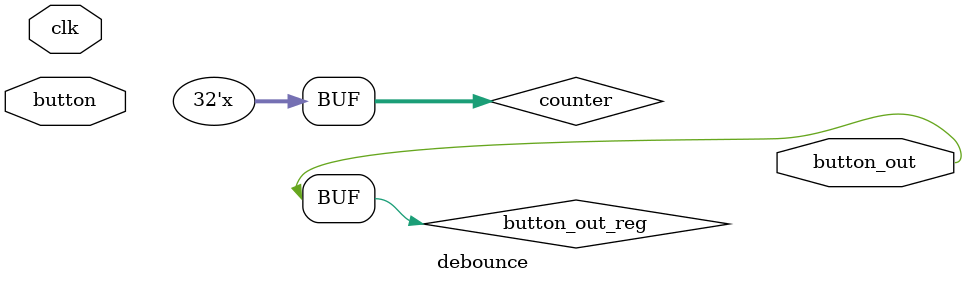
<source format=v>
module debounce(input clk,
				input button,
				output button_out
				);

	localparam START = 1'b0;
	localparam PRESSED = 1'b1;
	reg STATE = START;
	reg button_out_reg;
	integer counter = 0;
	assign button_out = button_out_reg;

	always @(clk) begin
		case(STATE)
			START : begin
				button_out_reg <= button;
				counter <= 0;
				if(button) begin
					counter <= counter + 1;
					STATE <= PRESSED;
				end
			end

			PRESSED : begin
				button_out_reg <= button;
				if(button) begin
					if(counter < 100) begin
						counter = counter + 1;
					end
					else begin
						button_out_reg <= 1;
						STATE <= PRESSED;
						counter <= 0;
					end
				end

				else begin
					if(counter > 0) begin
						counter = counter - 1;
					end
					else begin
						button_out_reg <= 0;
						STATE <= PRESSED;
						counter <= 0;
					end
				end
			end

		endcase
	end
endmodule
</source>
